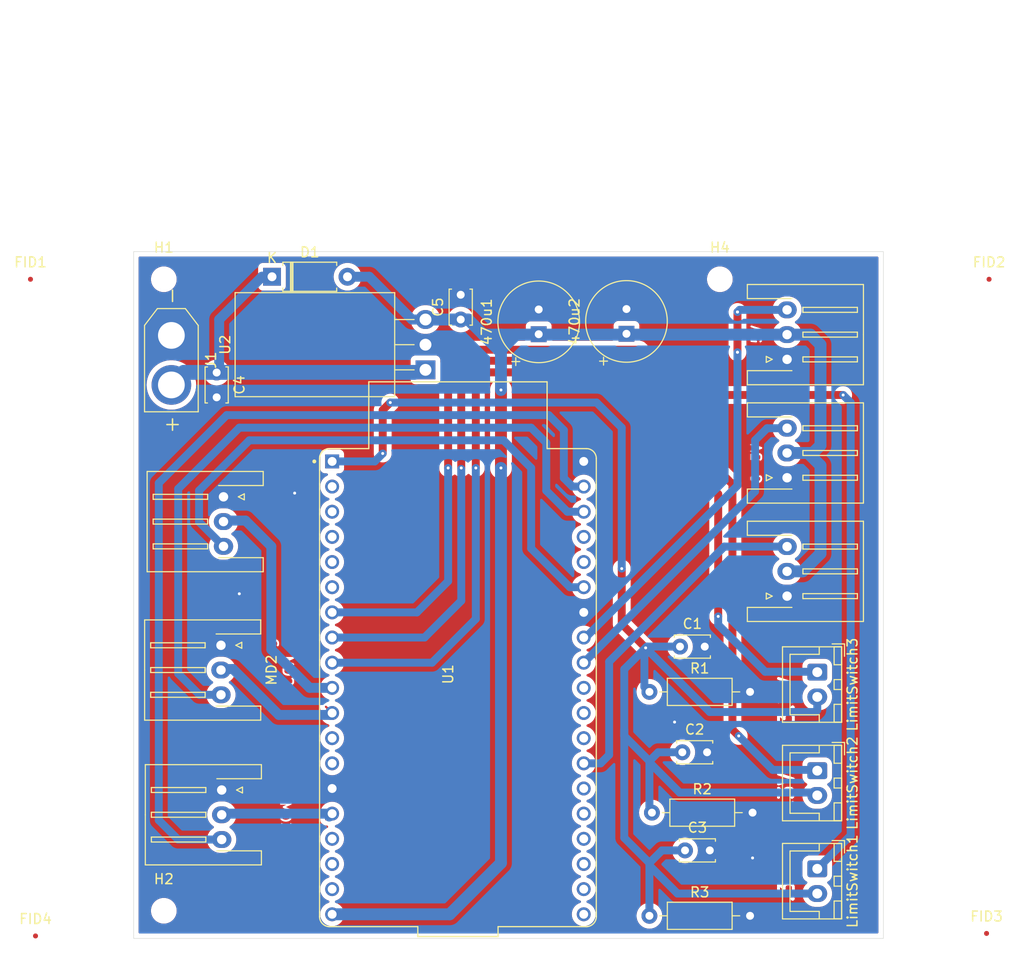
<source format=kicad_pcb>
(kicad_pcb (version 20240108) (generator "pcbnew") (generator_version "8.0")
  (layers (0 "F.Cu" signal) (31 "B.Cu" signal) (34 "B.Paste" user) (35 "F.Paste" user) (36 "B.SilkS" user "B.Silkscreen") (37 "F.SilkS" user "F.Silkscreen") (38 "B.Mask" user) (39 "F.Mask" user) (44 "Edge.Cuts" user))
  (net 0 "")
  (net 1 "+3.3V")
  (net 2 "GND")
  (net 3 "5V")
  (net 4 "L1_ActiveLow")
  (net 5 "L2_ActiveLow")
  (net 6 "L3_ActiveLow")
  (net 7 "MD1_dir")
  (net 8 "MD1_PWM")
  (net 9 "MD2_PWM")
  (net 10 "MD2_dir")
  (net 11 "MD3_PWM")
  (net 12 "Servo1_PWM")
  (net 13 "Servo2_PWM")
  (net 14 "Servo3_PWM")
  (net 36 "MD3_dir")
  (net 37 "+BATT")
  (footprint "Resistor_THT:R_Axial_DIN0207_L6.3mm_D2.5mm_P10.16mm_Horizontal" (layer "F.Cu") (at 191.77 130.556)
    (property "Reference" "R2" (at 5.08 -2.37 0) (layer "F.SilkS"))
    (property "Value" "1k")
    (pad "1" thru_hole circle (at 0 0) (size 1.6 1.6) (drill 0.8) (layers "*.Cu" "*.Mask") (net 1 "+3.3V"))
    (pad "2" thru_hole oval (at 10.16 0) (size 1.6 1.6) (drill 0.8) (layers "*.Cu" "*.Mask") (net 2 "GND"))
  )
  (footprint "Connector_JST:JST_XH_S3B-XH-A-1_1x03_P2.50mm_Horizontal" (layer "F.Cu") (at 148.264 113.658 -90)
    (property "Reference" "MD2" (at 2.5 -5.1 90) (layer "F.SilkS"))
    (property "Value" "Conn_01x03_Pin")
    (pad "1" thru_hole roundrect (at 0 0 270) (size 1.7 1.95) (drill 0.95) (layers "*.Cu" "*.Mask") (roundrect_rratio 0.147059) (net 2 "GND"))
    (pad "2" thru_hole oval (at 2.5 0 270) (size 1.7 1.95) (drill 0.95) (layers "*.Cu" "*.Mask") (net 9 "MD2_PWM"))
    (pad "3" thru_hole oval (at 5 0 270) (size 1.7 1.95) (drill 0.95) (layers "*.Cu" "*.Mask") (net 10 "MD2_dir"))
  )
  (footprint "Connector_JST:JST_XH_S3B-XH-A-1_1x03_P2.50mm_Horizontal" (layer "F.Cu") (at 148.336 128.27 -90)
    (property "Reference" "MD3" (hide yes))
    (property "Value" "Conn_01x03_Pin")
    (pad "1" thru_hole roundrect (at 0 0 270) (size 1.7 1.95) (drill 0.95) (layers "*.Cu" "*.Mask") (roundrect_rratio 0.147059) (net 2 "GND"))
    (pad "2" thru_hole oval (at 2.5 0 270) (size 1.7 1.95) (drill 0.95) (layers "*.Cu" "*.Mask") (net 11 "MD3_PWM"))
    (pad "3" thru_hole oval (at 5 0 270) (size 1.7 1.95) (drill 0.95) (layers "*.Cu" "*.Mask") (net 36 "MD3_dir"))
  )
  (footprint "Diode_THT:D_A-405_P7.62mm_Horizontal" (layer "F.Cu") (at 153.416 76.454)
    (property "Reference" "D1" (at 3.81 -2.47 0) (layer "F.SilkS"))
    (property "Value" "D")
    (fp_text user "K" (at 0 -1.9 0) (layer "F.SilkS"))
    (pad "1" thru_hole rect (at 0 0) (size 1.8 1.8) (drill 0.9) (layers "*.Cu" "*.Mask") (net 37 "+BATT"))
    (pad "2" thru_hole oval (at 7.62 0) (size 1.8 1.8) (drill 0.9) (layers "*.Cu" "*.Mask") (net 3 "5V"))
  )
  (footprint "Capacitor_THT:C_Disc_D3.4mm_W2.1mm_P2.50mm" (layer "F.Cu") (at 194.838 124.46)
    (property "Reference" "C2" (at 1.25 -2.3 0) (layer "F.SilkS"))
    (property "Value" "0.1u")
    (pad "1" thru_hole circle (at 0 0) (size 1.6 1.6) (drill 0.8) (layers "*.Cu" "*.Mask") (net 1 "+3.3V"))
    (pad "2" thru_hole circle (at 2.5 0) (size 1.6 1.6) (drill 0.8) (layers "*.Cu" "*.Mask") (net 2 "GND"))
  )
  (footprint "Fiducial:Fiducial_0.5mm_Mask1.5mm" (layer "F.Cu") (at 129.032 76.708)
    (property "Reference" "FID1" (at 0 -1.7145 0) (layer "F.SilkS"))
    (property "Value" "Fiducial")
    (pad "" smd circle (at 0 0) (size 0.5 0.5) (layers "F.Cu" "F.Mask") (clearance 0.5))
  )
  (footprint "Connector_JST:JST_XH_S3B-XH-A-1_1x03_P2.50mm_Horizontal" (layer "F.Cu") (at 205.414 84.796 90)
    (property "Reference" "Servo3" (hide yes))
    (property "Value" "Conn_01x03_Pin")
    (pad "1" thru_hole roundrect (at 0 0 90) (size 1.7 1.95) (drill 0.95) (layers "*.Cu" "*.Mask") (roundrect_rratio 0.147059) (net 2 "GND"))
    (pad "2" thru_hole oval (at 2.5 0 90) (size 1.7 1.95) (drill 0.95) (layers "*.Cu" "*.Mask") (net 3 "5V"))
    (pad "3" thru_hole oval (at 5 0 90) (size 1.7 1.95) (drill 0.95) (layers "*.Cu" "*.Mask") (net 14 "Servo3_PWM"))
  )
  (footprint "Connector_JST:JST_XH_B2B-XH-A_1x02_P2.50mm_Vertical" (layer "F.Cu") (at 208.462 136.224 -90)
    (property "Reference" "LimitSwitch1" (at 1.25 -3.55 90) (layer "F.SilkS"))
    (property "Value" "Conn_01x02_Pin")
    (pad "1" thru_hole roundrect (at 0 0 270) (size 1.7 2) (drill 1) (layers "*.Cu" "*.Mask") (roundrect_rratio 0.147059) (net 4 "L1_ActiveLow"))
    (pad "2" thru_hole oval (at 2.5 0 270) (size 1.7 2) (drill 1) (layers "*.Cu" "*.Mask") (net 1 "+3.3V"))
  )
  (footprint "Connector_JST:JST_XH_B2B-XH-A_1x02_P2.50mm_Vertical" (layer "F.Cu") (at 208.462 126.318 -90)
    (property "Reference" "LimitSwitch2" (at 1.25 -3.55 90) (layer "F.SilkS"))
    (property "Value" "Conn_01x02_Pin")
    (pad "1" thru_hole roundrect (at 0 0 270) (size 1.7 2) (drill 1) (layers "*.Cu" "*.Mask") (roundrect_rratio 0.147059) (net 5 "L2_ActiveLow"))
    (pad "2" thru_hole oval (at 2.5 0 270) (size 1.7 2) (drill 1) (layers "*.Cu" "*.Mask") (net 1 "+3.3V"))
  )
  (footprint "Capacitor_THT:CP_Radial_Tantal_D8.0mm_P2.50mm" (layer "F.Cu") (at 180.34 82.256 90)
    (property "Reference" "470u1" (at 1.25 -5.25 90) (layer "F.SilkS"))
    (property "Value" "C_Polarized")
    (pad "1" thru_hole rect (at 0 0 90) (size 1.6 1.6) (drill 0.8) (layers "*.Cu" "*.Mask") (net 3 "5V"))
    (pad "2" thru_hole circle (at 2.5 0 90) (size 1.6 1.6) (drill 0.8) (layers "*.Cu" "*.Mask") (net 2 "GND"))
  )
  (footprint "Resistor_THT:R_Axial_DIN0207_L6.3mm_D2.5mm_P10.16mm_Horizontal" (layer "F.Cu") (at 191.516 118.364)
    (property "Reference" "R1" (at 5.08 -2.37 0) (layer "F.SilkS"))
    (property "Value" "1k")
    (pad "1" thru_hole circle (at 0 0) (size 1.6 1.6) (drill 0.8) (layers "*.Cu" "*.Mask") (net 1 "+3.3V"))
    (pad "2" thru_hole oval (at 10.16 0) (size 1.6 1.6) (drill 0.8) (layers "*.Cu" "*.Mask") (net 2 "GND"))
  )
  (footprint "MountingHole:MountingHole_2.1mm" (layer "F.Cu") (at 142.494 76.708)
    (property "Reference" "H1" (at 0 -3.2 0) (layer "F.SilkS"))
    (property "Value" "MountingHole")
    (pad "" np_thru_hole circle (at 0 0) (size 2.1 2.1) (drill 2.1) (layers "*.Cu" "*.Mask"))
  )
  (footprint "Package_TO_SOT_THT:TO-220F-3_Horizontal_TabDownananasi" (layer "F.Cu") (at 168.91 85.852 90)
    (property "Reference" "U2" (at 2.54 -20.22 90) (layer "F.SilkS"))
    (property "Value" "LM7805_TO220")
    (pad "1" thru_hole rect (at 0 0 90) (size 1.905 2) (drill 1.2) (layers "*.Cu" "*.Mask") (net 37 "+BATT"))
    (pad "2" thru_hole oval (at 2.54 0 90) (size 1.905 2) (drill 1.2) (layers "*.Cu" "*.Mask") (net 2 "GND"))
    (pad "3" thru_hole oval (at 5.08 0 90) (size 1.905 2) (drill 1.2) (layers "*.Cu" "*.Mask") (net 3 "5V"))
  )
  (footprint "Capacitor_THT:C_Disc_D3.4mm_W2.1mm_P2.50mm" (layer "F.Cu") (at 147.828 86.126 -90)
    (property "Reference" "C4" (at 1.25 -2.3 -90) (layer "F.SilkS"))
    (property "Value" "0.33u")
    (pad "1" thru_hole circle (at 0 0 270) (size 1.6 1.6) (drill 0.8) (layers "*.Cu" "*.Mask") (net 37 "+BATT"))
    (pad "2" thru_hole circle (at 2.5 0 270) (size 1.6 1.6) (drill 0.8) (layers "*.Cu" "*.Mask") (net 2 "GND"))
  )
  (footprint "Resistor_THT:R_Axial_DIN0207_L6.3mm_D2.5mm_P10.16mm_Horizontal" (layer "F.Cu") (at 191.516 140.97)
    (property "Reference" "R3" (at 5.08 -2.37 0) (layer "F.SilkS"))
    (property "Value" "1k")
    (pad "1" thru_hole circle (at 0 0) (size 1.6 1.6) (drill 0.8) (layers "*.Cu" "*.Mask") (net 1 "+3.3V"))
    (pad "2" thru_hole oval (at 10.16 0) (size 1.6 1.6) (drill 0.8) (layers "*.Cu" "*.Mask") (net 2 "GND"))
  )
  (footprint "Fiducial:Fiducial_0.5mm_Mask1.5mm" (layer "F.Cu") (at 225.552 142.748)
    (property "Reference" "FID3" (at 0 -1.7145 0) (layer "F.SilkS"))
    (property "Value" "Fiducial")
    (pad "" smd circle (at 0 0) (size 0.5 0.5) (layers "F.Cu" "F.Mask") (clearance 0.5))
  )
  (footprint "Fiducial:Fiducial_0.5mm_Mask1.5mm" (layer "F.Cu") (at 225.806 76.708)
    (property "Reference" "FID2" (at 0 -1.7145 0) (layer "F.SilkS"))
    (property "Value" "Fiducial")
    (pad "" smd circle (at 0 0) (size 0.5 0.5) (layers "F.Cu" "F.Mask") (clearance 0.5))
  )
  (footprint "Fiducial:Fiducial_0.5mm_Mask1.5mm" (layer "F.Cu") (at 129.54 143.002)
    (property "Reference" "FID4" (at 0 -1.7145 0) (layer "F.SilkS"))
    (property "Value" "Fiducial")
    (pad "" smd circle (at 0 0) (size 0.5 0.5) (layers "F.Cu" "F.Mask") (clearance 0.5))
  )
  (footprint "Capacitor_THT:C_Disc_D3.4mm_W2.1mm_P2.50mm" (layer "F.Cu") (at 195.112 134.366)
    (property "Reference" "C3" (at 1.25 -2.3 0) (layer "F.SilkS"))
    (property "Value" "0.1u")
    (pad "1" thru_hole circle (at 0 0) (size 1.6 1.6) (drill 0.8) (layers "*.Cu" "*.Mask") (net 1 "+3.3V"))
    (pad "2" thru_hole circle (at 2.5 0) (size 1.6 1.6) (drill 0.8) (layers "*.Cu" "*.Mask") (net 2 "GND"))
  )
  (footprint "Connector_JST:JST_XH_S3B-XH-A-1_1x03_P2.50mm_Horizontal" (layer "F.Cu") (at 148.518 98.672 -90)
    (property "Reference" "MD1" (hide yes))
    (property "Value" "Conn_01x03_Pin")
    (pad "1" thru_hole roundrect (at 0 0 270) (size 1.7 1.95) (drill 0.95) (layers "*.Cu" "*.Mask") (roundrect_rratio 0.147059) (net 2 "GND"))
    (pad "2" thru_hole oval (at 2.5 0 270) (size 1.7 1.95) (drill 0.95) (layers "*.Cu" "*.Mask") (net 8 "MD1_PWM"))
    (pad "3" thru_hole oval (at 5 0 270) (size 1.7 1.95) (drill 0.95) (layers "*.Cu" "*.Mask") (net 7 "MD1_dir"))
  )
  (footprint "Capacitor_THT:CP_Radial_Tantal_D8.0mm_P2.50mm" (layer "F.Cu") (at 189.2 82.213302 90)
    (property "Reference" "470u2" (at 1.25 -5.25 90) (layer "F.SilkS"))
    (property "Value" "C_Polarized")
    (pad "1" thru_hole rect (at 0 0 90) (size 1.6 1.6) (drill 0.8) (layers "*.Cu" "*.Mask") (net 3 "5V"))
    (pad "2" thru_hole circle (at 2.5 0 90) (size 1.6 1.6) (drill 0.8) (layers "*.Cu" "*.Mask") (net 2 "GND"))
  )
  (footprint "Connector_JST:JST_XH_S3B-XH-A-1_1x03_P2.50mm_Horizontal" (layer "F.Cu") (at 205.414 108.696 90)
    (property "Reference" "Servo1" (hide yes))
    (property "Value" "Conn_01x03_Pin")
    (pad "1" thru_hole roundrect (at 0 0 90) (size 1.7 1.95) (drill 0.95) (layers "*.Cu" "*.Mask") (roundrect_rratio 0.147059) (net 2 "GND"))
    (pad "2" thru_hole oval (at 2.5 0 90) (size 1.7 1.95) (drill 0.95) (layers "*.Cu" "*.Mask") (net 3 "5V"))
    (pad "3" thru_hole oval (at 5 0 90) (size 1.7 1.95) (drill 0.95) (layers "*.Cu" "*.Mask") (net 12 "Servo1_PWM"))
  )
  (footprint "Capacitor_THT:C_Disc_D3.4mm_W2.1mm_P2.50mm" (layer "F.Cu") (at 172.466 80.772 90)
    (property "Reference" "C5" (at 1.25 -2.3 90) (layer "F.SilkS"))
    (property "Value" "0.1u")
    (pad "1" thru_hole circle (at 0 0 90) (size 1.6 1.6) (drill 0.8) (layers "*.Cu" "*.Mask") (net 3 "5V"))
    (pad "2" thru_hole circle (at 2.5 0 90) (size 1.6 1.6) (drill 0.8) (layers "*.Cu" "*.Mask") (net 2 "GND"))
  )
  (footprint "MountingHole:MountingHole_2.1mm" (layer "F.Cu") (at 198.628 76.708)
    (property "Reference" "H4" (at 0 -3.2 0) (layer "F.SilkS"))
    (property "Value" "MountingHole" (hide yes))
    (pad "" np_thru_hole circle (at 0 0) (size 2.1 2.1) (drill 2.1) (layers "*.Cu" "*.Mask"))
  )
  (footprint "Connector_JST:JST_XH_B2B-XH-A_1x02_P2.50mm_Vertical" (layer "F.Cu") (at 208.462 116.372 -90)
    (property "Reference" "LimitSwitch3" (at 1.25 -3.55 90) (layer "F.SilkS"))
    (property "Value" "Conn_01x02_Pin")
    (pad "1" thru_hole roundrect (at 0 0 270) (size 1.7 2) (drill 1) (layers "*.Cu" "*.Mask") (roundrect_rratio 0.147059) (net 6 "L3_ActiveLow"))
    (pad "2" thru_hole oval (at 2.5 0 270) (size 1.7 2) (drill 1) (layers "*.Cu" "*.Mask") (net 1 "+3.3V"))
  )
  (footprint "Connector_JST:JST_XH_S3B-XH-A-1_1x03_P2.50mm_Horizontal" (layer "F.Cu") (at 205.414 96.746 90)
    (property "Reference" "Servo2" (hide yes))
    (property "Value" "Conn_01x03_Pin")
    (pad "1" thru_hole roundrect (at 0 0 90) (size 1.7 1.95) (drill 0.95) (layers "*.Cu" "*.Mask") (roundrect_rratio 0.147059) (net 2 "GND"))
    (pad "2" thru_hole oval (at 2.5 0 90) (size 1.7 1.95) (drill 0.95) (layers "*.Cu" "*.Mask") (net 3 "5V"))
    (pad "3" thru_hole oval (at 5 0 90) (size 1.7 1.95) (drill 0.95) (layers "*.Cu" "*.Mask") (net 13 "Servo2_PWM"))
  )
  (footprint "Connector_AMASS:AMASS_XT30U-F_1x02_P5.0mm_Vertical" (layer "F.Cu") (at 143.256 82.376 -90)
    (property "Reference" "J1" (at 2.5 -4 -90) (layer "F.SilkS"))
    (property "Value" "Conn_01x02_Pin")
    (fp_text user "-" (at -4 0 -90) (layer "F.SilkS") (effects (font (size 1.5 1.5))))
    (fp_text user "+" (at 9 0 -90) (layer "F.SilkS") (effects (font (size 1.5 1.5))))
    (pad "1" thru_hole rect (at 0 0 270) (size 3.8 3.8) (drill 2.7) (layers "*.Cu" "*.Mask") (net 2 "GND"))
    (pad "2" thru_hole circle (at 5 0 270) (size 4 4) (drill 2.7) (layers "*.Cu" "*.Mask") (net 37 "+BATT"))
  )
  (footprint "MountingHole:MountingHole_2.1mm" (layer "F.Cu") (at 142.494 140.462)
    (property "Reference" "H2" (at 0 -3.2 0) (layer "F.SilkS"))
    (property "Value" "MountingHole")
    (pad "" np_thru_hole circle (at 0 0) (size 2.1 2.1) (drill 2.1) (layers "*.Cu" "*.Mask"))
  )
  (footprint "ESP32-DEVKITC-32E:MODULE_ESP32-DEVKITC-32E" (layer "F.Cu") (at 172.1855 117.932)
    (property "Reference" "U1" (at -0.9895 -1.346 90) (layer "F.SilkS"))
    (property "Value" "ESP32-DEVKITC-32E")
    (pad "J2_1" thru_hole rect (at -12.7 -22.835) (size 1.408 1.408) (drill 0.9) (layers "*.Cu" "*.Mask") (net 1 "+3.3V"))
    (pad "J2_2" thru_hole circle (at -12.7 -20.295) (size 1.408 1.408) (drill 0.9) (layers "*.Cu" "*.Mask"))
    (pad "J2_3" thru_hole circle (at -12.7 -17.755) (size 1.408 1.408) (drill 0.9) (layers "*.Cu" "*.Mask"))
    (pad "J2_4" thru_hole circle (at -12.7 -15.215) (size 1.408 1.408) (drill 0.9) (layers "*.Cu" "*.Mask"))
    (pad "J2_5" thru_hole circle (at -12.7 -12.675) (size 1.408 1.408) (drill 0.9) (layers "*.Cu" "*.Mask"))
    (pad "J2_6" thru_hole circle (at -12.7 -10.135) (size 1.408 1.408) (drill 0.9) (layers "*.Cu" "*.Mask"))
    (pad "J2_7" thru_hole circle (at -12.7 -7.595) (size 1.408 1.408) (drill 0.9) (layers "*.Cu" "*.Mask") (net 4 "L1_ActiveLow"))
    (pad "J2_8" thru_hole circle (at -12.7 -5.055) (size 1.408 1.408) (drill 0.9) (layers "*.Cu" "*.Mask") (net 5 "L2_ActiveLow"))
    (pad "J2_9" thru_hole circle (at -12.7 -2.515) (size 1.408 1.408) (drill 0.9) (layers "*.Cu" "*.Mask") (net 6 "L3_ActiveLow"))
    (pad "J2_10" thru_hole circle (at -12.7 0.025) (size 1.408 1.408) (drill 0.9) (layers "*.Cu" "*.Mask") (net 8 "MD1_PWM"))
    (pad "J2_11" thru_hole circle (at -12.7 2.565) (size 1.408 1.408) (drill 0.9) (layers "*.Cu" "*.Mask") (net 9 "MD2_PWM"))
    (pad "J2_12" thru_hole circle (at -12.7 5.105) (size 1.408 1.408) (drill 0.9) (layers "*.Cu" "*.Mask"))
    (pad "J2_13" thru_hole circle (at -12.7 7.645) (size 1.408 1.408) (drill 0.9) (layers "*.Cu" "*.Mask"))
    (pad "J2_14" thru_hole circle (at -12.7 10.185) (size 1.408 1.408) (drill 0.9) (layers "*.Cu" "*.Mask") (net 2 "GND"))
    (pad "J2_15" thru_hole circle (at -12.7 12.725) (size 1.408 1.408) (drill 0.9) (layers "*.Cu" "*.Mask") (net 11 "MD3_PWM"))
    (pad "J2_16" thru_hole circle (at -12.7 15.265) (size 1.408 1.408) (drill 0.9) (layers "*.Cu" "*.Mask"))
    (pad "J2_17" thru_hole circle (at -12.7 17.805) (size 1.408 1.408) (drill 0.9) (layers "*.Cu" "*.Mask"))
    (pad "J2_18" thru_hole circle (at -12.7 20.345) (size 1.408 1.408) (drill 0.9) (layers "*.Cu" "*.Mask"))
    (pad "J2_19" thru_hole circle (at -12.7 22.885) (size 1.408 1.408) (drill 0.9) (layers "*.Cu" "*.Mask") (net 3 "5V"))
    (pad "J3_1" thru_hole circle (at 12.7 -22.835) (size 1.408 1.408) (drill 0.9) (layers "*.Cu" "*.Mask") (net 2 "GND"))
    (pad "J3_2" thru_hole circle (at 12.7 -20.295) (size 1.408 1.408) (drill 0.9) (layers "*.Cu" "*.Mask") (net 36 "MD3_dir"))
    (pad "J3_3" thru_hole circle (at 12.7 -17.755) (size 1.408 1.408) (drill 0.9) (layers "*.Cu" "*.Mask") (net 10 "MD2_dir"))
    (pad "J3_4" thru_hole circle (at 12.7 -15.215) (size 1.408 1.408) (drill 0.9) (layers "*.Cu" "*.Mask"))
    (pad "J3_5" thru_hole circle (at 12.7 -12.675) (size 1.408 1.408) (drill 0.9) (layers "*.Cu" "*.Mask"))
    (pad "J3_6" thru_hole circle (at 12.7 -10.135) (size 1.408 1.408) (drill 0.9) (layers "*.Cu" "*.Mask") (net 7 "MD1_dir"))
    (pad "J3_7" thru_hole circle (at 12.7 -7.595) (size 1.408 1.408) (drill 0.9) (layers "*.Cu" "*.Mask") (net 2 "GND"))
    (pad "J3_8" thru_hole circle (at 12.7 -5.055) (size 1.408 1.408) (drill 0.9) (layers "*.Cu" "*.Mask") (net 14 "Servo3_PWM"))
    (pad "J3_9" thru_hole circle (at 12.7 -2.515) (size 1.408 1.408) (drill 0.9) (layers "*.Cu" "*.Mask") (net 13 "Servo2_PWM"))
    (pad "J3_10" thru_hole circle (at 12.7 0.025) (size 1.408 1.408) (drill 0.9) (layers "*.Cu" "*.Mask"))
    (pad "J3_11" thru_hole circle (at 12.7 2.565) (size 1.408 1.408) (drill 0.9) (layers "*.Cu" "*.Mask"))
    (pad "J3_12" thru_hole circle (at 12.7 5.105) (size 1.408 1.408) (drill 0.9) (layers "*.Cu" "*.Mask"))
    (pad "J3_13" thru_hole circle (at 12.7 7.645) (size 1.408 1.408) (drill 0.9) (layers "*.Cu" "*.Mask") (net 12 "Servo1_PWM"))
    (pad "J3_14" thru_hole circle (at 12.7 10.185) (size 1.408 1.408) (drill 0.9) (layers "*.Cu" "*.Mask"))
    (pad "J3_15" thru_hole circle (at 12.7 12.725) (size 1.408 1.408) (drill 0.9) (layers "*.Cu" "*.Mask"))
    (pad "J3_16" thru_hole circle (at 12.7 15.265) (size 1.408 1.408) (drill 0.9) (layers "*.Cu" "*.Mask"))
    (pad "J3_17" thru_hole circle (at 12.7 17.805) (size 1.408 1.408) (drill 0.9) (layers "*.Cu" "*.Mask"))
    (pad "J3_18" thru_hole circle (at 12.7 20.345) (size 1.408 1.408) (drill 0.9) (layers "*.Cu" "*.Mask"))
    (pad "J3_19" thru_hole circle (at 12.7 22.885) (size 1.408 1.408) (drill 0.9) (layers "*.Cu" "*.Mask"))
  )
  (footprint "Capacitor_THT:C_Disc_D3.4mm_W2.1mm_P2.50mm" (layer "F.Cu") (at 194.604 113.792)
    (property "Reference" "C1" (at 1.25 -2.3 0) (layer "F.SilkS"))
    (property "Value" "0.1u")
    (pad "1" thru_hole circle (at 0 0) (size 1.6 1.6) (drill 0.8) (layers "*.Cu" "*.Mask") (net 1 "+3.3V"))
    (pad "2" thru_hole circle (at 2.5 0) (size 1.6 1.6) (drill 0.8) (layers "*.Cu" "*.Mask") (net 2 "GND"))
  )
  (gr_rect (start 139.446 73.914) (end 215.138 143.256) (stroke (width 0.05)) (fill none) (layer "Edge.Cuts"))
  (gr_text "G" (at 152.908 112.776 -90) (layer "F.Cu" knockout) (effects (font (size 1 1) (thickness 0.2) (bold yes)) (justify left bottom)))
  (gr_text "G" (at 202.946 97.536 90) (layer "F.Cu" knockout) (effects (font (size 1 1) (thickness 0.2) (bold yes)) (justify left bottom)))
  (gr_text "5V" (at 202.946 95.25 90) (layer "F.Cu" knockout) (effects (font (size 1 1) (thickness 0.2) (bold yes)) (justify left bottom)))
  (gr_text "3.3V" (at 206.248 131.572 90) (layer "F.Cu" knockout) (effects (font (size 1.5 1.5) (thickness 0.3) (bold yes)) (justify left bottom)))
  (gr_text "G" (at 152.908 98.044 -90) (layer "F.Cu" knockout) (effects (font (size 1 1) (thickness 0.2) (bold yes)) (justify left bottom)))
  (gr_text "MD2" (at 154.432 114.554 270) (layer "F.Cu" knockout) (effects (font (size 1 1) (thickness 0.2) (bold yes)) (justify left bottom)))
  (gr_text "5V" (at 202.946 83.312 90) (layer "F.Cu" knockout) (effects (font (size 1 1) (thickness 0.2) (bold yes)) (justify left bottom)))
  (gr_text "G" (at 202.946 109.22 90) (layer "F.Cu" knockout) (effects (font (size 1 1) (thickness 0.2) (bold yes)) (justify left bottom)))
  (gr_text "3.3V" (at 206.248 121.92 90) (layer "F.Cu" knockout) (effects (font (size 1.5 1.5) (thickness 0.3) (bold yes)) (justify left bottom)))
  (gr_text "MD3\n" (at 154.178 129.286 270) (layer "F.Cu" knockout) (effects (font (size 1 1) (thickness 0.2) (bold yes)) (justify left bottom)))
  (gr_text "MD1" (at 154.686 99.822 -90) (layer "F.Cu" knockout) (effects (font (size 1 1) (thickness 0.2) (bold yes)) (justify left bottom)))
  (gr_text "3.3V" (at 206.248 141.224 90) (layer "F.Cu" knockout) (effects (font (size 1.5 1.5) (thickness 0.3) (bold yes)) (justify left bottom)))
  (gr_text "G" (at 202.946 85.344 90) (layer "F.Cu" knockout) (effects (font (size 1 1) (thickness 0.2) (bold yes)) (justify left bottom)))
  (gr_text "G" (at 152.908 127.762 -90) (layer "F.Cu" knockout) (effects (font (size 1 1) (thickness 0.2) (bold yes)) (justify left bottom)))
  (gr_text "5V" (at 202.946 107.188 90) (layer "F.Cu" knockout) (effects (font (size 1 1) (thickness 0.2) (bold yes)) (justify left bottom)))
  (segment (start 191.135 113.919) (end 188.722 111.506) (width 0.8) (layer "F.Cu") (net 1))
  (segment (start 165.354 89.154) (end 164.592 89.916) (width 0.8) (layer "F.Cu") (net 1))
  (segment (start 164.592 89.916) (end 164.592 94.295997) (width 0.8) (layer "F.Cu") (net 1))
  (segment (start 188.722 111.506) (end 188.722 105.918) (width 0.8) (layer "F.Cu") (net 1))
  (via (at 165.354 89.154) (size 0.6) (drill 0.3) (layers "F.Cu" "B.Cu") (net 1))
  (via (at 191.135 113.919) (size 0.6) (drill 0.3) (layers "F.Cu" "B.Cu") (net 1))
  (via (at 164.592 94.295997) (size 0.6) (drill 0.3) (layers "F.Cu" "B.Cu") (net 1))
  (via (at 188.722 105.918) (size 0.6) (drill 0.3) (layers "F.Cu" "B.Cu") (net 1))
  (segment (start 186.182 89.154) (end 165.354 89.154) (width 0.8) (layer "B.Cu") (net 1))
  (segment (start 191.008 114.046) (end 191.008 117.856) (width 0.8) (layer "B.Cu") (net 1))
  (segment (start 197.612 120.396) (end 208.28 120.396) (width 0.8) (layer "B.Cu") (net 1))
  (segment (start 194.564 128.524) (end 208.168 128.524) (width 0.8) (layer "B.Cu") (net 1))
  (segment (start 188.722 105.918) (end 188.722 91.694) (width 0.8) (layer "B.Cu") (net 1))
  (segment (start 208.28 120.396) (end 208.462 120.214) (width 0.8) (layer "B.Cu") (net 1))
  (segment (start 191.135 113.919) (end 191.008 114.046) (width 0.8) (layer "B.Cu") (net 1))
  (segment (start 191.262 113.792) (end 194.604 113.792) (width 0.8) (layer "B.Cu") (net 1))
  (segment (start 188.722 91.694) (end 186.182 89.154) (width 0.8) (layer "B.Cu") (net 1))
  (segment (start 208.462 120.214) (end 208.462 118.872) (width 0.8) (layer "B.Cu") (net 1))
  (segment (start 191.516 135.636) (end 192.786 134.366) (width 0.8) (layer "B.Cu") (net 1))
  (segment (start 191.008 117.856) (end 191.516 118.364) (width 0.8) (layer "B.Cu") (net 1))
  (segment (start 191.516 125.984) (end 191.516 125.349) (width 0.8) (layer "B.Cu") (net 1))
  (segment (start 188.976 116.078) (end 188.976 133.096) (width 0.8) (layer "B.Cu") (net 1))
  (segment (start 194.838 124.46) (end 192.405 124.46) (width 0.8) (layer "B.Cu") (net 1))
  (segment (start 194.838 124.48) (end 194.838 124.46) (width 0.8) (layer "B.Cu") (net 1))
  (segment (start 188.976 133.096) (end 191.516 135.636) (width 0.8) (layer "B.Cu") (net 1))
  (segment (start 191.516 135.89) (end 194.35 138.724) (width 0.8) (layer "B.Cu") (net 1))
  (segment (start 191.516 135.636) (end 191.516 135.89) (width 0.8) (layer "B.Cu") (net 1))
  (segment (start 191.135 113.919) (end 197.612 120.396) (width 0.8) (layer "B.Cu") (net 1))
  (segment (start 191.516 125.984) (end 191.77 125.73) (width 0.8) (layer "B.Cu") (net 1))
  (segment (start 191.516 125.984) (end 191.516 130.048) (width 0.8) (layer "B.Cu") (net 1))
  (segment (start 194.35 138.724) (end 208.462 138.724) (width 0.8) (layer "B.Cu") (net 1))
  (segment (start 163.790997 95.097) (end 159.4855 95.097) (width 0.8) (layer "B.Cu") (net 1))
  (segment (start 208.168 128.524) (end 208.462 128.818) (width 0.8) (layer "B.Cu") (net 1))
  (segment (start 191.135 113.919) (end 188.976 116.078) (width 0.8) (layer "B.Cu") (net 1))
  (segment (start 192.405 124.46) (end 191.516 125.349) (width 0.8) (layer "B.Cu") (net 1))
  (segment (start 188.976 122.809) (end 188.976 122.174) (width 0.8) (layer "B.Cu") (net 1))
  (segment (start 192.786 134.366) (end 195.112 134.366) (width 0.8) (layer "B.Cu") (net 1))
  (segment (start 191.516 125.349) (end 188.976 122.809) (width 0.8) (layer "B.Cu") (net 1))
  (segment (start 191.516 135.636) (end 191.516 140.462) (width 0.8) (layer "B.Cu") (net 1))
  (segment (start 164.592 94.295997) (end 163.790997 95.097) (width 0.8) (layer "B.Cu") (net 1))
  (segment (start 191.135 113.919) (end 191.262 113.792) (width 0.8) (layer "B.Cu") (net 1))
  (segment (start 191.77 125.73) (end 194.564 128.524) (width 0.8) (layer "B.Cu") (net 1))
  (segment (start 159.004 87.8802) (end 158.926 87.958) (width 0.2) (layer "F.Cu") (net 2))
  (via (at 194.056 121.412) (size 0.6) (drill 0.3) (layers "F.Cu" "B.Cu") (net 2))
  (via (at 201.93 135.128) (size 0.6) (drill 0.3) (layers "F.Cu" "B.Cu") (net 2))
  (via (at 150.114 108.458) (size 0.6) (drill 0.3) (layers "F.Cu" "B.Cu") (net 2))
  (via (at 155.702 98.298) (size 0.6) (drill 0.3) (layers "F.Cu" "B.Cu") (net 2))
  (segment (start 176.53 95.758) (end 176.53 87.884) (width 1.2) (layer "F.Cu") (net 3))
  (via (at 176.53 87.884) (size 0.6) (drill 0.3) (layers "F.Cu" "B.Cu") (net 3))
  (via (at 176.53 95.758) (size 0.6) (drill 0.3) (layers "F.Cu" "B.Cu") (net 3))
  (segment (start 206.986 106.196) (end 205.414 106.196) (width 1.2) (layer "B.Cu") (net 3))
  (segment (start 176.276 83.82) (end 176.53 83.82) (width 1.2) (layer "B.Cu") (net 3))
  (segment (start 205.414 82.296) (end 207.772 82.296) (width 1.2) (layer "B.Cu") (net 3))
  (segment (start 168.91 80.772) (end 167.546 80.772) (width 1) (layer "B.Cu") (net 3))
  (segment (start 174.752 82.296) (end 176.276 83.82) (width 1.2) (layer "B.Cu") (net 3))
  (segment (start 205.414 94.246) (end 207.518 94.246) (width 1.2) (layer "B.Cu") (net 3))
  (segment (start 207.772 82.296) (end 208.788 83.312) (width 1.2) (layer "B.Cu") (net 3))
  (segment (start 208.788 104.394) (end 206.986 106.196) (width 1.2) (layer "B.Cu") (net 3))
  (segment (start 176.53 82.296) (end 178.308 82.296) (width 1.2) (layer "B.Cu") (net 3))
  (segment (start 159.4855 140.817) (end 171.349 140.817) (width 1.2) (layer "B.Cu") (net 3))
  (segment (start 176.53 87.884) (end 176.53 83.82) (width 1.2) (layer "B.Cu") (net 3))
  (segment (start 163.228 76.454) (end 161.036 76.454) (width 1) (layer "B.Cu") (net 3))
  (segment (start 171.349 140.817) (end 176.53 135.636) (width 1.2) (layer "B.Cu") (net 3))
  (segment (start 178.054 82.296) (end 176.53 83.82) (width 1.2) (layer "B.Cu") (net 3))
  (segment (start 208.788 93.472) (end 208.014 94.246) (width 1.2) (layer "B.Cu") (net 3))
  (segment (start 178.308 82.296) (end 205.414 82.296) (width 1.2) (layer "B.Cu") (net 3))
  (segment (start 208.014 94.246) (end 207.518 94.246) (width 1.2) (layer "B.Cu") (net 3))
  (segment (start 173.228 80.772) (end 174.752 82.296) (width 1.2) (layer "B.Cu") (net 3))
  (segment (start 174.752 82.296) (end 176.53 82.296) (width 1.2) (layer "B.Cu") (net 3))
  (segment (start 208.788 83.312) (end 208.788 93.472) (width 1.2) (layer "B.Cu") (net 3))
  (segment (start 167.546 80.772) (end 163.228 76.454) (width 1) (layer "B.Cu") (net 3))
  (segment (start 176.53 135.636) (end 176.53 95.758) (width 1.2) (layer "B.Cu") (net 3))
  (segment (start 207.518 94.246) (end 208.788 95.516) (width 1.2) (layer "B.Cu") (net 3))
  (segment (start 168.91 80.772) (end 173.228 80.772) (width 1.2) (layer "B.Cu") (net 3))
  (segment (start 176.53 83.82) (end 176.53 82.296) (width 1.2) (layer "B.Cu") (net 3))
  (segment (start 178.308 82.296) (end 178.054 82.296) (width 1.2) (layer "B.Cu") (net 3))
  (segment (start 208.788 95.516) (end 208.788 104.394) (width 1.2) (layer "B.Cu") (net 3))
  (segment (start 205.414 94.246) (end 205.426 94.234) (width 1.2) (layer "B.Cu") (net 3))
  (segment (start 190.5 83.82) (end 195.072 88.392) (width 0.8) (layer "F.Cu") (net 4))
  (segment (start 171.196 95.758) (end 171.196 85.852) (width 0.8) (layer "F.Cu") (net 4))
  (segment (start 195.072 88.392) (end 211.074 88.392) (width 0.8) (layer "F.Cu") (net 4))
  (segment (start 171.196 85.852) (end 173.228 83.82) (width 0.8) (layer "F.Cu") (net 4))
  (segment (start 173.228 83.82) (end 190.5 83.82) (width 0.8) (layer "F.Cu") (net 4))
  (via (at 171.196 95.758) (size 0.6) (drill 0.3) (layers "F.Cu" "B.Cu") (net 4))
  (via (at 211.074 88.392) (size 0.6) (drill 0.3) (layers "F.Cu" "B.Cu") (net 4))
  (segment (start 211.836 132.85) (end 208.462 136.224) (width 0.8) (layer "B.Cu") (net 4))
  (segment (start 211.074 88.392) (end 211.836 89.154) (width 0.8) (layer "B.Cu") (net 4))
  (segment (start 168.047 110.337) (end 159.4855 110.337) (width 0.8) (layer "B.Cu") (net 4))
  (segment (start 171.196 107.188) (end 168.047 110.337) (width 0.8) (layer "B.Cu") (net 4))
  (segment (start 171.196 95.758) (end 171.196 107.188) (width 0.8) (layer "B.Cu") (net 4))
  (segment (start 211.836 89.154) (end 211.836 132.85) (width 0.8) (layer "B.Cu") (net 4))
  (segment (start 187.342214 84.936) (end 174.244 84.936) (width 0.8) (layer "F.Cu") (net 5))
  (segment (start 199.898 97.391786) (end 187.442214 84.936) (width 0.8) (layer "F.Cu") (net 5))
  (segment (start 174.244 84.936) (end 172.52 86.66) (width 0.8) (layer "F.Cu") (net 5))
  (segment (start 200.533 122.809) (end 199.898 122.174) (width 0.8) (layer "F.Cu") (net 5))
  (segment (start 187.442214 84.936) (end 187.342214 84.936) (width 0.8) (layer "F.Cu") (net 5))
  (segment (start 172.52 86.66) (end 172.52 95.758) (width 0.8) (layer "F.Cu") (net 5))
  (segment (start 199.898 122.174) (end 199.898 97.391786) (width 0.8) (layer "F.Cu") (net 5))
  (via (at 172.52 95.758) (size 0.6) (drill 0.3) (layers "F.Cu" "B.Cu") (net 5))
  (via (at 200.533 122.809) (size 0.6) (drill 0.3) (layers "F.Cu" "B.Cu") (net 5))
  (segment (start 168.809 112.877) (end 159.4855 112.877) (width 0.8) (layer "B.Cu") (net 5))
  (segment (start 172.52 109.166) (end 168.809 112.877) (width 0.8) (layer "B.Cu") (net 5))
  (segment (start 172.52 95.858) (end 172.52 109.166) (width 0.8) (layer "B.Cu") (net 5))
  (segment (start 203.962 126.238) (end 208.382 126.238) (width 0.8) (layer "B.Cu") (net 5))
  (segment (start 208.382 126.238) (end 208.462 126.318) (width 0.8) (layer "B.Cu") (net 5))
  (segment (start 200.533 122.809) (end 203.962 126.238) (width 0.8) (layer "B.Cu") (net 5))
  (segment (start 198.460625 98.384625) (end 186.182 86.106) (width 0.8) (layer "F.Cu") (net 6))
  (segment (start 186.182 86.106) (end 175.006 86.106) (width 0.8) (layer "F.Cu") (net 6))
  (segment (start 173.99 87.122) (end 173.99 95.758) (width 0.8) (layer "F.Cu") (net 6))
  (segment (start 198.460625 110.744) (end 198.460625 98.384625) (width 0.8) (layer "F.Cu") (net 6))
  (segment (start 175.006 86.106) (end 173.99 87.122) (width 0.8) (layer "F.Cu") (net 6))
  (via (at 198.460625 110.744) (size 0.6) (drill 0.3) (layers "F.Cu" "B.Cu") (net 6))
  (via (at 173.99 95.758) (size 0.6) (drill 0.3) (layers "F.Cu" "B.Cu") (net 6))
  (segment (start 198.460625 111.592625) (end 203.2 116.332) (width 0.8) (layer "B.Cu") (net 6))
  (segment (start 169.571 115.417) (end 159.4855 115.417) (width 0.8) (layer "B.Cu") (net 6))
  (segment (start 173.99 95.758) (end 173.99 110.998) (width 0.8) (layer "B.Cu") (net 6))
  (segment (start 208.422 116.332) (end 208.462 116.372) (width 0.8) (layer "B.Cu") (net 6))
  (segment (start 198.460625 110.744) (end 198.460625 111.592625) (width 0.8) (layer "B.Cu") (net 6))
  (segment (start 203.2 116.332) (end 208.422 116.332) (width 0.8) (layer "B.Cu") (net 6))
  (segment (start 173.99 110.998) (end 169.571 115.417) (width 0.8) (layer "B.Cu") (net 6))
  (segment (start 151.13 92.964) (end 176.784 92.964) (width 0.8) (layer "B.Cu") (net 7))
  (segment (start 183.489 107.797) (end 184.8855 107.797) (width 0.8) (layer "B.Cu") (net 7))
  (segment (start 176.784 92.964) (end 179.578 95.758) (width 0.8) (layer "B.Cu") (net 7))
  (segment (start 146.05 98.044) (end 151.13 92.964) (width 0.8) (layer "B.Cu") (net 7))
  (segment (start 148.518 103.672) (end 146.05 101.204) (width 0.8) (layer "B.Cu") (net 7))
  (segment (start 146.05 101.204) (end 146.05 98.044) (width 0.8) (layer "B.Cu") (net 7))
  (segment (start 179.578 95.758) (end 179.578 103.886) (width 0.8) (layer "B.Cu") (net 7))
  (segment (start 179.578 103.886) (end 183.489 107.797) (width 0.8) (layer "B.Cu") (net 7))
  (segment (start 148.916 101.068) (end 150.74 101.068) (width 1) (layer "B.Cu") (net 8))
  (segment (start 150.74 101.068) (end 153.344 103.672) (width 1) (layer "B.Cu") (net 8))
  (segment (start 157.215 117.957) (end 159.4855 117.957) (width 1) (layer "B.Cu") (net 8))
  (segment (start 153.344 114.086) (end 157.215 117.957) (width 1) (layer "B.Cu") (net 8))
  (segment (start 153.344 103.672) (end 153.344 114.086) (width 1) (layer "B.Cu") (net 8))
  (segment (start 159.4855 120.4967) (end 159.4855 120.497) (width 0.2) (layer "F.Cu") (net 9))
  (segment (start 158.856 119.8672) (end 159.486 120.497) (width 0.2) (layer "F.Cu") (net 9))
  (segment (start 158.856 119.8672) (end 159.4855 120.4967) (width 0.2) (layer "F.Cu") (net 9))
  (segment (start 149.47 116.054) (end 154.106 120.69) (width 1) (layer "B.Cu") (net 9))
  (segment (start 159.2925 120.69) (end 159.4855 120.497) (width 1) (layer "B.Cu") (net 9))
  (segment (start 148.662 116.054) (end 149.47 116.054) (width 1) (layer "B.Cu") (net 9))
  (segment (start 159.3845 120.396) (end 159.4855 120.497) (width 1) (layer "B.Cu") (net 9))
  (segment (start 154.106 120.69) (end 159.2925 120.69) (width 1) (layer "B.Cu") (net 9))
  (segment (start 150.114 91.694) (end 143.946 97.862) (width 0.8) (layer "B.Cu") (net 10))
  (segment (start 183.235 100.177) (end 181.102 98.044) (width 0.8) (layer "B.Cu") (net 10))
  (segment (start 181.102 98.044) (end 181.102 93.218) (width 0.8) (layer "B.Cu") (net 10))
  (segment (start 179.578 91.694) (end 150.114 91.694) (width 0.8) (layer "B.Cu") (net 10))
  (segment (start 181.102 93.218) (end 179.578 91.694) (width 0.8) (layer "B.Cu") (net 10))
  (segment (start 184.8855 100.177) (end 183.235 100.177) (width 0.8) (layer "B.Cu") (net 10))
  (segment (start 143.946 97.862) (end 143.946 116.514) (width 0.8) (layer "B.Cu") (net 10))
  (segment (start 143.946 116.514) (end 146.09 118.658) (width 0.8) (layer "B.Cu") (net 10))
  (segment (start 146.09 118.658) (end 148.264 118.658) (width 0.8) (layer "B.Cu") (net 10))
  (segment (start 159.4855 130.6573) (end 159.4855 130.657) (width 0.2) (layer "F.Cu") (net 11))
  (segment (start 158.8916 131.2512) (end 159.486 130.657) (width 0.2) (layer "F.Cu") (net 11))
  (segment (start 158.8916 131.2512) (end 159.4855 130.6573) (width 0.2) (layer "F.Cu") (net 11))
  (segment (start 148.336 130.77) (end 148.449 130.657) (width 1) (layer "B.Cu") (net 11))
  (segment (start 148.449 130.657) (end 159.4855 130.657) (width 1) (layer "B.Cu") (net 11))
  (segment (start 159.1915 130.951) (end 159.4855 130.657) (width 1) (layer "B.Cu") (net 11))
  (segment (start 184.886 125.577) (end 184.8855 125.577) (width 0.2) (layer "F.Cu") (net 12))
  (segment (start 199.072 103.696) (end 205.414 103.696) (width 0.8) (layer "B.Cu") (net 12))
  (segment (start 187.452 115.316) (end 199.072 103.696) (width 0.8) (layer "B.Cu") (net 12))
  (segment (start 186.589 125.577) (end 187.452 124.714) (width 0.8) (layer "B.Cu") (net 12))
  (segment (start 187.452 124.714) (end 187.452 115.316) (width 0.8) (layer "B.Cu") (net 12))
  (segment (start 184.8855 125.577) (end 186.589 125.577) (width 0.8) (layer "B.Cu") (net 12))
  (segment (start 184.886 115.417) (end 184.8855 115.417) (width 0.2) (layer "F.Cu") (net 13))
  (segment (start 184.8855 115.417) (end 202.184 98.1185) (width 0.8) (layer "B.Cu") (net 13))
  (segment (start 202.184 98.1185) (end 202.184 92.964) (width 0.8) (layer "B.Cu") (net 13))
  (segment (start 203.402 91.746) (end 205.414 91.746) (width 0.8) (layer "B.Cu") (net 13))
  (segment (start 202.184 92.964) (end 203.402 91.746) (width 0.8) (layer "B.Cu") (net 13))
  (segment (start 200.406 80.01) (end 200.406 84.074) (width 0.8) (layer "F.Cu") (net 14))
  (via (at 200.406 80.01) (size 0.6) (drill 0.3) (layers "F.Cu" "B.Cu") (net 14))
  (via (at 200.406 84.074) (size 0.6) (drill 0.3) (layers "F.Cu" "B.Cu") (net 14))
  (via (at 200.406 84.074) (size 0.6) (drill 0.3) (layers "F.Cu" "B.Cu") (net 14))
  (via (at 200.406 80.01) (size 0.6) (drill 0.3) (layers "F.Cu" "B.Cu") (net 14))
  (segment (start 200.406 97.536) (end 185.065 112.877) (width 0.8) (layer "B.Cu") (net 14))
  (segment (start 200.406 80.01) (end 200.62 79.796) (width 0.8) (layer "B.Cu") (net 14))
  (segment (start 200.406 84.074) (end 200.406 97.536) (width 0.8) (layer "B.Cu") (net 14))
  (segment (start 185.065 112.877) (end 184.8855 112.877) (width 0.8) (layer "B.Cu") (net 14))
  (segment (start 200.62 79.796) (end 205.414 79.796) (width 0.8) (layer "B.Cu") (net 14))
  (segment (start 182.88 91.948) (end 182.88 96.774) (width 0.8) (layer "B.Cu") (net 36))
  (segment (start 182.88 96.774) (end 183.743 97.637) (width 0.8) (layer "B.Cu") (net 36))
  (segment (start 141.986 131.318) (end 141.986 97.282) (width 0.8) (layer "B.Cu") (net 36))
  (segment (start 141.986 97.282) (end 148.844 90.424) (width 0.8) (layer "B.Cu") (net 36))
  (segment (start 148.844 90.424) (end 181.356 90.424) (width 0.8) (layer "B.Cu") (net 36))
  (segment (start 143.938 133.27) (end 141.986 131.318) (width 0.8) (layer "B.Cu") (net 36))
  (segment (start 183.743 97.637) (end 184.8855 97.637) (width 0.8) (layer "B.Cu") (net 36))
  (segment (start 181.356 90.424) (end 182.88 91.948) (width 0.8) (layer "B.Cu") (net 36))
  (segment (start 148.336 133.27) (end 143.938 133.27) (width 0.8) (layer "B.Cu") (net 36))
  (segment (start 152.4 76.454) (end 148.082 80.772) (width 1) (layer "B.Cu") (net 37))
  (segment (start 143.764 86.788) (end 144.018 86.534) (width 1) (layer "B.Cu") (net 37))
  (segment (start 143.764 87.376) (end 143.256 87.376) (width 1.5) (layer "B.Cu") (net 37))
  (segment (start 148.082 80.772) (end 148.082 86.106) (width 1) (layer "B.Cu") (net 37))
  (segment (start 153.416 76.454) (end 152.4 76.454) (width 1) (layer "B.Cu") (net 37))
  (segment (start 143.256 87.376) (end 144.526 86.106) (width 1.5) (layer "B.Cu") (net 37))
  (segment (start 143.764 87.376) (end 143.764 86.788) (width 1) (layer "B.Cu") (net 37))
  (segment (start 144.526 86.106) (end 167.8 86.106) (width 1.5) (layer "B.Cu") (net 37))
  (zone (net 2) (net_name "GND") (layers "F&B.Cu") (connect_pads yes (clearance 0.5)) (min_thickness 0.25) (fill yes (thermal_gap 0.5) (thermal_bridge_width 0.5))
    (polygon (pts (xy 138.684 73.66) (xy 215.138 73.406) (xy 215.646 143.764) (xy 139.192 144.018)))
  )
  (zone (net 0) (net_name "") (layer "B.Cu") (priority 4) (connect_pads (clearance 0.5)) (min_thickness 0.25) (fill yes (thermal_gap 0.5) (thermal_bridge_width 0.5) (island_removal_mode 1) (island_area_min 10))
    (polygon (pts (xy 179.832 96.012) (xy 179.578 104.394) (xy 182.626 107.188) (xy 183.896 107.696) (xy 184.15 97.79) (xy 183.134 96.266) (xy 182.88 91.186) (xy 176.784 89.916) (xy 176.276 92.456)))
  )
)
</source>
